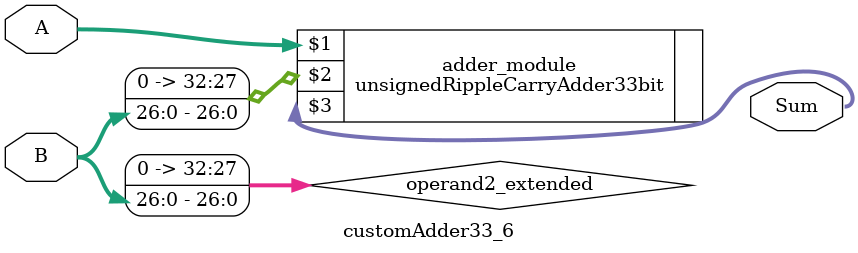
<source format=v>
module customAdder33_6(
                        input [32 : 0] A,
                        input [26 : 0] B,
                        
                        output [33 : 0] Sum
                );

        wire [32 : 0] operand2_extended;
        
        assign operand2_extended =  {6'b0, B};
        
        unsignedRippleCarryAdder33bit adder_module(
            A,
            operand2_extended,
            Sum
        );
        
        endmodule
        
</source>
